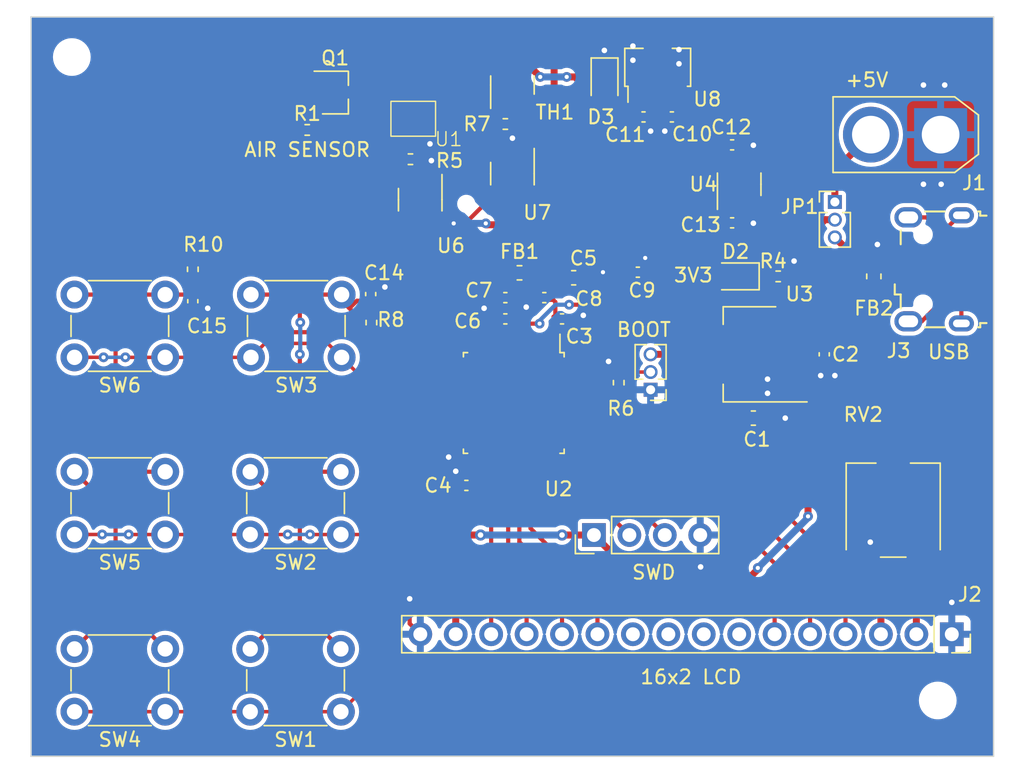
<source format=kicad_pcb>
(kicad_pcb (version 20221018) (generator pcbnew)
  (layers (0 "F.Cu" signal) (31 "B.Cu" power) (34 "B.Paste" user) (35 "F.Paste" user) (36 "B.SilkS" user "B.Silkscreen") (37 "F.SilkS" user "F.Silkscreen") (38 "B.Mask" user) (39 "F.Mask" user) (44 "Edge.Cuts" user))
  (net 0 "")
  (net 1 "+3.3V")
  (net 2 "+5V")
  (net 3 "+3.3VA")
  (net 4 "/NRST")
  (net 5 "+3V0")
  (net 6 "+1V8")
  (net 7 "Net-(SW1-B)")
  (net 8 "Net-(SW4-B)")
  (net 9 "Net-(D2-K)")
  (net 10 "LCD_RS")
  (net 11 "LCD_RW")
  (net 12 "LCD_E")
  (net 13 "LCD_DATA_PIN_0")
  (net 14 "LCD_DATA_PIN_1")
  (net 15 "LCD_DATA_PIN_2")
  (net 16 "LCD_DATA_PIN_3")
  (net 17 "Net-(J3-VBUS)")
  (net 18 "VBUS")
  (net 19 "Net-(J1-Pin_2)")
  (net 23 "unconnected-(J3-Shield-Pad6)")
  (net 24 "Net-(JP2-C)")
  (net 25 "Net-(U6-+)")
  (net 26 "Net-(U2-BOOT0)")
  (net 27 "Net-(U7-+)")
  (net 28 "BUT_COL_1")
  (net 29 "BUT_COL_2")
  (net 30 "BUT_ROW_1")
  (net 31 "BUT_ROW_2")
  (net 32 "BUT_ROW_3")
  (net 33 "SWDIO")
  (net 34 "SWCLK")
  (net 37 "TGS_ADC_OUT")
  (net 38 "TMP_ADC_VOUT")
  (net 41 "GND")
  (net 42 "Net-(J2-Pin_3)")
  (net 52 "Net-(Q1-G)")
  (net 53 "Net-(Q1-S)")
  (net 54 "TRANS_CONTROL")
  (footprint "Resistor_SMD:R_0402_1005Metric" (layer "F.Cu") (at 162.56 85.598)
    (fp_text reference "R4")
    (fp_text value "1k")
  )
  (footprint "Capacitor_SMD:C_0402_1005Metric" (layer "F.Cu") (at 152.908 74.168)
    (fp_text reference "C11")
    (fp_text value "1u")
  )
  (footprint "Button_Switch_THT:SW_PUSH_6mm" (layer "F.Cu") (at 118.618 91.404 180)
    (fp_text reference "SW6")
    (fp_text value "SW_SPST")
  )
  (footprint "Resistor_SMD:R_0402_1005Metric" (layer "F.Cu") (at 120.598 85.09 90)
    (fp_text reference "R10")
    (fp_text value "10k")
  )
  (footprint "MountingHole:MountingHole_2.2mm_M2" (layer "F.Cu") (at 111.925 69.875)
    (fp_text reference "H1" hide)
    (fp_text value "MountingHole")
  )
  (footprint "Package_TO_SOT_SMD:SOT-23" (layer "F.Cu") (at 143.51 71.882 90)
    (fp_text reference "TH1")
    (fp_text value "KTY82")
  )
  (footprint "Package_QFP:LQFP-32_7x7mm_P0.8mm" (layer "F.Cu") (at 143.60662 94.67326 -90)
    (fp_text reference "U2")
    (fp_text value "STM32F030K6Tx")
  )
  (footprint "Capacitor_SMD:C_0603_1608Metric" (layer "F.Cu") (at 147.9 85.7)
    (fp_text reference "C5")
    (fp_text value "10u")
  )
  (footprint "Potentiometer_SMD:Potentiometer_ACP_CA6-VSMD_Vertical" (layer "F.Cu") (at 170.806 102.355 90)
    (fp_text reference "RV2")
    (fp_text value "R_Potentiometer")
  )
  (footprint "Package_TO_SOT_SMD:TSOT-23-5" (layer "F.Cu") (at 143.51 78.232 -90)
    (fp_text reference "U7")
    (fp_text value "AD8532ARZ")
  )
  (footprint "Sensor:TGS 8100" (layer "F.Cu") (at 136.4 74.3)
    (fp_text reference "U1")
    (fp_text value "TGS 8100")
  )
  (footprint "Connector_USB:USB_Micro-B_Wuerth_629105150521" (layer "F.Cu") (at 173.743 85.095 90)
    (fp_text reference "J3")
    (fp_text value "USB_B_Mini")
  )
  (footprint "Capacitor_SMD:C_0402_1005Metric" (layer "F.Cu") (at 152.5 85.3)
    (fp_text reference "C9")
    (fp_text value "100n")
  )
  (footprint "LED_SMD:LED_0805_2012Metric" (layer "F.Cu") (at 159.512 85.598 180)
    (fp_text reference "D2")
    (fp_text value "RED_PWR_LED")
  )
  (footprint "Capacitor_SMD:C_0402_1005Metric" (layer "F.Cu") (at 159.258 76.172)
    (fp_text reference "C12")
    (fp_text value "1u")
  )
  (footprint "Package_TO_SOT_SMD:SOT-89-3" (layer "F.Cu") (at 153.924 70.612 90)
    (fp_text reference "U8")
    (fp_text value "AP130-18Y")
  )
  (footprint "Capacitor_SMD:C_0402_1005Metric" (layer "F.Cu") (at 120.598 87.376 -90)
    (fp_text reference "C15")
    (fp_text value "1u")
  )
  (footprint "Button_Switch_THT:SW_PUSH_6mm" (layer "F.Cu") (at 118.618 116.804 180)
    (fp_text reference "SW4")
    (fp_text value "SW_SPST")
  )
  (footprint "Capacitor_SMD:C_0402_1005Metric" (layer "F.Cu") (at 143.002 88.646 180)
    (fp_text reference "C6")
    (fp_text value "10n")
  )
  (footprint "Package_TO_SOT_SMD:TSOT-23-5" (layer "F.Cu") (at 136.9 80.1 -90)
    (fp_text reference "U6")
    (fp_text value "AD8532ARZ")
  )
  (footprint "Connector_PinHeader_1.27mm:PinHeader_1x03_P1.27mm_Vertical" (layer "F.Cu") (at 166.624 80.264)
    (fp_text reference "JP1")
    (fp_text value "Jumper_3_Open")
  )
  (footprint "Capacitor_SMD:C_0603_1608Metric" (layer "F.Cu") (at 160.782 95.758)
    (fp_text reference "C1")
    (fp_text value "10u")
  )
  (footprint "MountingHole:MountingHole_2.2mm_M2" (layer "F.Cu") (at 174 116)
    (fp_text reference "H2" hide)
    (fp_text value "MountingHole")
  )
  (footprint "Capacitor_SMD:C_0402_1005Metric" (layer "F.Cu") (at 159.258 81.76)
    (fp_text reference "C13")
    (fp_text value "1u")
  )
  (footprint "Connector_PinSocket_2.54mm:PinSocket_1x16_P2.54mm_Vertical" (layer "F.Cu") (at 175.006 111.252 -90)
    (fp_text reference "J2")
    (fp_text value "Conn_01x16_Socket")
  )
  (footprint "Button_Switch_THT:SW_PUSH_6mm" (layer "F.Cu") (at 131.214 116.804 180)
    (fp_text reference "SW1")
    (fp_text value "SW_SPST")
  )
  (footprint "Resistor_SMD:R_0402_1005Metric" (layer "F.Cu") (at 128.8 75.1)
    (fp_text reference "R1")
    (fp_text value "10k")
  )
  (footprint "Button_Switch_THT:SW_PUSH_6mm" (layer "F.Cu") (at 131.266 91.404 180)
    (fp_text reference "SW3")
    (fp_text value "SW_SPST")
  )
  (footprint "Package_TO_SOT_SMD:SOT-223-3_TabPin2" (layer "F.Cu") (at 160.528 91.186 180)
    (fp_text reference "U3")
    (fp_text value "LD1117S33TR_SOT223")
  )
  (footprint "Resistor_SMD:R_0402_1005Metric" (layer "F.Cu") (at 133.4 88.91 -90)
    (fp_text reference "R8")
    (fp_text value "10k")
  )
  (footprint "Package_TO_SOT_SMD:SOT-23-5" (layer "F.Cu") (at 159.766 78.994 90)
    (fp_text reference "U4")
    (fp_text value "MIC5501-3.0YM5")
  )
  (footprint "LED_SMD:LED_0805_2012Metric" (layer "F.Cu") (at 150.114 71.628 -90)
    (fp_text reference "D3")
    (fp_text value "RED_PWR_LED")
  )
  (footprint "Capacitor_SMD:C_0402_1005Metric" (layer "F.Cu") (at 147.066 88.646)
    (fp_text reference "C3")
    (fp_text value "100n")
  )
  (footprint "Connector_AMASS:AMASS_XT30U-F_1x02_P5.0mm_Vertical" (layer "F.Cu") (at 174.204 75.438 180)
    (fp_text reference "J1")
    (fp_text value "+5V battery suply")
  )
  (footprint "Connector_PinHeader_1.27mm:PinHeader_1x03_P1.27mm_Vertical" (layer "F.Cu") (at 153.416 93.726 180)
    (fp_text reference "JP2" hide)
    (fp_text value "BOOT_SELECT")
  )
  (footprint "Button_Switch_THT:SW_PUSH_6mm" (layer "F.Cu") (at 131.214 104.104 180)
    (fp_text reference "SW2")
    (fp_text value "SW_SPST")
  )
  (footprint "Capacitor_SMD:C_0402_1005Metric" (layer "F.Cu") (at 154.94 74.168 180)
    (fp_text reference "C10")
    (fp_text value "1u")
  )
  (footprint "Resistor_SMD:R_0402_1005Metric" (layer "F.Cu") (at 136.2 77.2)
    (fp_text reference "R5")
    (fp_text value "33k")
  )
  (footprint "Package_TO_SOT_SMD:TSOT-23" (layer "F.Cu") (at 130.8 72.4)
    (fp_text reference "Q1")
    (fp_text value "NMOS")
  )
  (footprint "Capacitor_SMD:C_0402_1005Metric" (layer "F.Cu") (at 143.002 87.122 180)
    (fp_text reference "C7")
    (fp_text value "1u")
  )
  (footprint "Connector_PinHeader_2.54mm:PinHeader_1x04_P2.54mm_Vertical" (layer "F.Cu") (at 149.352 104.14 90)
    (fp_text reference "J4" hide)
    (fp_text value "Conn_01x04_Pin")
  )
  (footprint "Inductor_SMD:L_0603_1608Metric" (layer "F.Cu") (at 144.018 85.344)
    (fp_text reference "FB1")
    (fp_text value "120R")
  )
  (footprint "Capacitor_SMD:C_0402_1005Metric" (layer "F.Cu") (at 165.862 91.186 -90)
    (fp_text reference "C2")
    (fp_text value "100n")
  )
  (footprint "Inductor_SMD:L_0603_1608Metric" (layer "F.Cu") (at 169.418 85.598 90)
    (fp_text reference "FB2")
    (fp_text value "120R")
  )
  (footprint "Capacitor_SMD:C_0402_1005Metric" (layer "F.Cu") (at 145.796 87.122 180)
    (fp_text reference "C8")
    (fp_text value "1u")
  )
  (footprint "Resistor_SMD:R_0402_1005Metric" (layer "F.Cu") (at 143.002 74.676)
    (fp_text reference "R7")
    (fp_text value "33k")
  )
  (footprint "Capacitor_SMD:C_0402_1005Metric" (layer "F.Cu") (at 140.208 100.584 180)
    (fp_text reference "C4")
    (fp_text value "100n")
  )
  (footprint "Resistor_SMD:R_0402_1005Metric" (layer "F.Cu") (at 151.13 93.218 -90)
    (fp_text reference "R6")
    (fp_text value "10k")
  )
  (footprint "Button_Switch_THT:SW_PUSH_6mm" (layer "F.Cu") (at 118.618 104.104 180)
    (fp_text reference "SW5")
    (fp_text value "SW_SPST")
  )
  (footprint "Capacitor_SMD:C_0402_1005Metric" (layer "F.Cu") (at 133.35 86.868 90)
    (fp_text reference "C14")
    (fp_text value "1u")
  )
  (gr_line (start 178 120) (end 174 120) (stroke (width 0.1)) (layer "Edge.Cuts"))
  (gr_line (start 178 67) (end 178 120) (stroke (width 0.1)) (layer "Edge.Cuts"))
  (gr_line (start 109 120) (end 174 120) (stroke (width 0.1)) (layer "Edge.Cuts"))
  (gr_line (start 178 67) (end 109 67) (stroke (width 0.1)) (layer "Edge.Cuts"))
  (gr_line (start 109 67) (end 109 120) (stroke (width 0.1)) (layer "Edge.Cuts"))
  (gr_text "BOOT" (at 150.9 90) (layer "F.SilkS") (effects (font (size 1 1)) (justify left bottom)))
  (gr_text "+5V" (at 167.3 72.1) (layer "F.SilkS") (effects (font (size 1 1)) (justify left bottom)))
  (gr_text "3V3" (at 155 86.1) (layer "F.SilkS") (effects (font (size 1 1)) (justify left bottom)))
  (gr_text "16x2 LCD" (at 152.6 114.9) (layer "F.SilkS") (effects (font (size 1 1)) (justify left bottom)))
  (gr_text "AIR SENSOR" (at 124.2 77.1) (layer "F.SilkS") (effects (font (size 1 1)) (justify left bottom)))
  (gr_text "USB" (at 173.2 91.6) (layer "F.SilkS") (effects (font (size 1 1)) (justify left bottom)))
  (gr_text "SWD" (at 152 107.4) (layer "F.SilkS") (effects (font (size 1 1)) (justify left bottom)))
  (segment (start 161.1 106.6) (end 161.1 106.5) (width 0.5) (layer "F.Cu") (net 1))
  (segment (start 146.40662 89.55938) (end 146.586 89.38) (width 0.3) (layer "F.Cu") (net 1))
  (segment (start 156.6725 87.5) (end 158.5745 85.598) (width 0.5) (layer "F.Cu") (net 1))
  (segment (start 162.0845 81.5) (end 160.716 80.1315) (width 0.5) (layer "F.Cu") (net 1))
  (segment (start 164.7 101.4) (end 164.7 102.8) (width 0.5) (layer "F.Cu") (net 1))
  (segment (start 140.80662 100.46538) (end 140.688 100.584) (width 0.5) (layer "F.Cu") (net 1))
  (segment (start 146.586 89.38) (end 146.586 88.646) (width 0.3) (layer "F.Cu") (net 1))
  (segment (start 149.352 104.14) (end 147.066 104.14) (width 0.5) (layer "F.Cu") (net 1))
  (segment (start 145.92475 84.22475) (end 146.276 84.576) (width 0.5) (layer "F.Cu") (net 1))
  (segment (start 154.1 83.1) (end 152.9 81.9) (width 0.5) (layer "F.Cu") (net 1))
  (segment (start 162.0845 81.5) (end 162.0845 83.0155) (width 0.5) (layer "F.Cu") (net 1))
  (segment (start 141.224 104.14) (end 139.446 104.14) (width 0.5) (layer "F.Cu") (net 1))
  (segment (start 155.1 93.8) (end 155.1 90.9) (width 0.5) (layer "F.Cu") (net 1))
  (segment (start 139.446 111.252) (end 139.446 104.14) (width 0.5) (layer "F.Cu") (net 1))
  (segment (start 145.92475 84.22475) (end 144.8055 85.344) (width 0.5) (layer "F.Cu") (net 1))
  (segment (start 140.80662 98.84826) (end 140.80662 100.46538) (width 0.5) (layer "F.Cu") (net 1))
  (segment (start 162.0845 83.0155) (end 162.05 83.05) (width 0.5) (layer "F.Cu") (net 1))
  (segment (start 149.352 104.14) (end 153.012 107.8) (width 0.5) (layer "F.Cu") (net 1))
  (segment (start 154.814 91.186) (end 155.1 90.9) (width 0.5) (layer "F.Cu") (net 1))
  (segment (start 147.125 85.7) (end 147.125 86.273) (width 0.5) (layer "F.Cu") (net 1))
  (segment (start 158.5745 83.1) (end 158.5745 81.9635) (width 0.5) (layer "F.Cu") (net 1))
  (segment (start 146.9905 81.9) (end 144.46 79.3695) (width 0.5) (layer "F.Cu") (net 1))
  (segment (start 139.446 104.14) (end 139.446 102.616) (width 0.5) (layer "F.Cu") (net 1))
  (segment (start 146.40662 90.49826) (end 146.40662 89.55938) (width 0.3) (layer "F.Cu") (net 1))
  (segment (start 158.778 81.76) (end 158.778 80.1695) (width 0.5) (layer "F.Cu") (net 1))
  (segment (start 140.688 101.374) (end 140.688 100.584) (width 0.5) (layer "F.Cu") (net 1))
  (segment (start 157.058 95.758) (end 155.1 93.8) (width 0.5) (layer "F.Cu") (net 1))
  (segment (start 153.416 91.186) (end 154.814 91.186) (width 0.5) (layer "F.Cu") (net 1))
  (segment (start 141.7 81.9) (end 141.6 81.8) (width 0.5) (layer "F.Cu") (net 1))
  (segment (start 155.1 90.9) (end 155.1 88) (width 0.5) (layer "F.Cu") (net 1))
  (segment (start 153.012 107.8) (end 159.9 107.8) (width 0.5) (layer "F.Cu") (net 1))
  (segment (start 158.778 80.1695) (end 158.816 80.1315) (width 0.5) (layer "F.Cu") (net 1))
  (segment (start 146.586 88.646) (end 146.586 87.432) (width 0.3) (layer "F.Cu") (net 1))
  (segment (start 148.2495 81.9) (end 145.92475 84.22475) (width 0.5) (layer "F.Cu") (net 1))
  (segment (start 160.007 96.707) (end 164.7 101.4) (width 0.5) (layer "F.Cu") (net 1))
  (segment (start 146.276 84.576) (end 146.276 84.851) (width 0.5) (layer "F.Cu") (net 1))
  (segment (start 139.446 102.616) (end 140.688 101.374) (width 0.5) (layer "F.Cu") (net 1))
  (segment (start 146.9905 81.9) (end 141.7 81.9) (width 0.5) (layer "F.Cu") (net 1))
  (segment (start 160.007 95.758) (end 157.058 95.758) (width 0.5) (layer "F.Cu") (net 1))
  (segment (start 158.5745 85.598) (end 158.5745 84) (width 0.5) (layer "F.Cu") (net 1))
  (segment (start 147.125 86.273) (end 146.276 87.122) (width 0.5) (layer "F.Cu") (net 1))
  (segment (start 139.3 81.8) (end 138.4125 81.8) (width 0.5) (layer "F.Cu") (net 1))
  (segment (start 155.1 88) (end 155.6 87.5) (width 0.5) (layer "F.Cu") (net 1))
  (segment (start 155.6 87.5) (end 156.6725 87.5) (width 0.5) (layer "F.Cu") (net 1))
  (segment (start 161.1 84) (end 162.05 83.05) (width 0.5) (layer "F.Cu") (net 1))
  (segment (start 158.5745 83.1) (end 154.1 83.1) (width 0.5) (layer "F.Cu") (net 1))
  (segment (start 158.5745 84) (end 161.1 84) (width 0.5) (layer "F.Cu") (net 1))
  (segment (start 158.5745 84) (end 158.5745 83.1) (width 0.5) (layer "F.Cu") (net 1))
  (segment (start 148.2495 81.9) (end 146.9905 81.9) (width 0.5) (layer "F.Cu") (net 1))
  (segment (start 152.9 81.9) (end 148.2495 81.9) (width 0.5) (layer "F.Cu") (net 1))
  (segment (start 158.5745 81.9635) (end 158.778 81.76) (width 0.5) (layer "F.Cu") (net 1))
  (segment (start 138.4125 81.8) (end 137.85 81.2375) (width 0.5) (layer "F.Cu") (net 1))
  (segment (start 160.007 95.758) (end 160.007 96.707) (width 0.5) (layer "F.Cu") (net 1))
  (segment (start 146.276 84.851) (end 147.125 85.7) (width 0.5) (layer "F.Cu") (net 1))
  (segment (start 159.9 107.8) (end 161.1 106.6) (width 0.5) (layer "F.Cu") (net 1))
  (segment (start 146.586 87.432) (end 146.276 87.122) (width 0.3) (layer "F.Cu") (net 1))
  (via (at 139.3 81.8) (size 0.7) (drill 0.3) (layers "F.Cu" "B.Cu") (net 1))
  (via (at 141.6 81.8) (size 0.7) (drill 0.3) (layers "F.Cu" "B.Cu") (net 1))
  (via (at 161.1 106.5) (size 0.7) (drill 0.3) (layers "F.Cu" "B.Cu") (net 1))
  (via (at 141.224 104.14) (size 0.8) (drill 0.4) (layers "F.Cu" "B.Cu") (net 1))
  (via (at 164.7 102.8) (size 0.7) (drill 0.3) (layers "F.Cu" "B.Cu") (net 1))
  (via (at 147.066 104.14) (size 0.8) (drill 0.4) (layers "F.Cu" "B.Cu") (net 1))
  (segment (start 164.7 102.9) (end 164.7 102.8) (width 0.5) (layer "B.Cu") (net 1))
  (segment (start 147.066 104.14) (end 141.224 104.14) (width 0.5) (layer "B.Cu") (net 1))
  (segment (start 161.1 106.5) (end 164.7 102.9) (width 0.5) (layer "B.Cu") (net 1))
  (segment (start 141.6 81.8) (end 139.3 81.8) (width 0.5) (layer "B.Cu") (net 1))
  (segment (start 171.7 93.1) (end 167.486 88.886) (width 0.5) (layer "F.Cu") (net 2))
  (segment (start 172.956 108.476) (end 172.466 108.966) (width 0.5) (layer "F.Cu") (net 2))
  (segment (start 175.7 104) (end 175.7 93.8) (width 0.5) (layer "F.Cu") (net 2))
  (segment (start 165.916894 81.534) (end 164.846 82.604894) (width 0.5) (layer "F.Cu") (net 2))
  (segment (start 167.486 88.886) (end 163.678 88.886) (width 0.5) (layer "F.Cu") (net 2))
  (segment (start 172.956 106.68) (end 172.956 108.476) (width 0.5) (layer "F.Cu") (net 2))
  (segment (start 175 93.1) (end 171.7 93.1) (width 0.5) (layer "F.Cu") (net 2))
  (segment (start 166.624 81.534) (end 165.916894 81.534) (width 0.5) (layer "F.Cu") (net 2))
  (segment (start 173.02 106.68) (end 175.7 104) (width 0.5) (layer "F.Cu") (net 2))
  (segment (start 164.846 82.604894) (end 164.846 87.718) (width 0.5) (layer "F.Cu") (net 2))
  (segment (start 172.956 106.68) (end 173.02 106.68) (width 0.5) (layer "F.Cu") (net 2))
  (segment (start 175.7 93.8) (end 175 93.1) (width 0.5) (layer "F.Cu") (net 2))
  (segment (start 172.466 108.966) (end 172.466 111.252) (width 0.5) (layer "F.Cu") (net 2))
  (segment (start 164.846 87.718) (end 163.678 88.886) (width 0.5) (layer "F.Cu") (net 2))
  (segment (start 143.20662 89.40138) (end 143.482 89.126) (width 0.3) (layer "F.Cu") (net 3))
  (segment (start 143.482 87.122) (end 143.482 88.646) (width 0.3) (layer "F.Cu") (net 3))
  (segment (start 143.2305 86.1365) (end 143.482 86.388) (width 0.3) (layer "F.Cu") (net 3))
  (segment (start 143.482 86.388) (end 143.482 87.122) (width 0.3) (layer "F.Cu") (net 3))
  (segment (start 143.20662 90.49826) (end 143.20662 89.40138) (width 0.3) (layer "F.Cu") (net 3))
  (segment (start 143.482 89.126) (end 143.482 88.646) (width 0.3) (layer "F.Cu") (net 3))
  (segment (start 143.2305 85.344) (end 143.2305 86.1365) (width 0.3) (layer "F.Cu") (net 3))
  (segment (start 144.76762 88.987261) (end 144.00662 89.748261) (width 0.3) (layer "F.Cu") (net 4))
  (segment (start 147.574 87.63) (end 150.37 87.63) (width 0.3) (layer "F.Cu") (net 4))
  (segment (start 150.37 87.63) (end 152.02 85.98) (width 0.3) (layer "F.Cu") (net 4))
  (segment (start 144.00662 89.748261) (end 144.00662 90.49826) (width 0.3) (layer "F.Cu") (net 4))
  (segment (start 145.45863 88.987261) (end 144.76762 88.987261) (width 0.3) (layer "F.Cu") (net 4))
  (segment (start 152.02 85.98) (end 152.02 85.3) (width 0.3) (layer "F.Cu") (net 4))
  (via (at 147.574 87.63) (size 0.7) (drill 0.3) (layers "F.Cu" "B.Cu") (net 4))
  (via (at 145.45863 88.987261) (size 0.7) (drill 0.3) (layers "F.Cu" "B.Cu") (net 4))
  (segment (start 147.574 87.63) (end 146.602661 87.63) (width 0.3) (layer "B.Cu") (net 4))
  (segment (start 146.602661 87.63) (end 145.45863 88.774031) (width 0.3) (layer "B.Cu") (net 4))
  (segment (start 145.45863 88.774031) (end 145.45863 88.987261) (width 0.3) (layer "B.Cu") (net 4))
  (segment (start 149.2405 77.6) (end 146.12025 74.47975) (width 0.5) (layer "F.Cu") (net 5))
  (segment (start 131.15 71.45) (end 129.49 71.45) (width 0.5) (layer "F.Cu") (net 5))
  (segment (start 144.4 67.8) (end 134.8 67.8) (width 0.5) (layer "F.Cu") (net 5))
  (segment (start 146.12025 74.47975) (end 144.46 72.8195) (width 0.5) (layer "F.Cu") (net 5))
  (segment (start 157.424 76.172) (end 155.42 74.168) (width 0.5) (layer "F.Cu") (net 5))
  (segment (start 146.5 74.1) (end 146.5 69.9) (width 0.5) (layer "F.Cu") (net 5))
  (segment (start 146.5 69.9) (end 144.4 67.8) (width 0.5) (layer "F.Cu") (net 5))
  (segment (start 134.8 67.8) (end 131.15 71.45) (width 0.5) (layer "F.Cu") (net 5))
  (segment (start 155.2 77.6) (end 149.2405 77.6) (width 0.5) (layer "F.Cu") (net 5))
  (segment (start 156.628 76.172) (end 155.2 77.6) (width 0.5) (layer "F.Cu") (net 5))
  (segment (start 157.424 76.172) (end 156.628 76.172) (width 0.5) (layer "F.Cu") (net 5))
  (segment (start 158.778 76.172) (end 157.424 76.172) (width 0.5) (layer "F.Cu") (net 5))
  (segment (start 146.12025 74.47975) (end 146.5 74.1) (width 0.5) (layer "F.Cu") (net 5))
  (segment (start 150.114 73.486) (end 150.114 72.5655) (width 0.5) (layer "F.Cu") (net 6))
  (segment (start 145.5 71.3) (end 143.957 69.757) (width 0.5) (layer "F.Cu") (net 6))
  (segment (start 150.732 74.168) (end 150.7 74.2) (width 0.5) (layer "F.Cu") (net 6))
  (segment (start 150.1 73.5) (end 150.114 73.486) (width 0.5) (layer "F.Cu") (net 6))
  (segment (start 148.2 71.5) (end 148 71.3) (width 0.5) (layer "F.Cu") (net 6))
  (segment (start 152.428 74.168) (end 150.732 74.168) (width 0.5) (layer "F.Cu") (net 6))
  (segment (start 137.45 73.475) (end 137.45 72.307) (width 0.5) (layer "F.Cu") (net 6))
  (segment (start 149.2655 72.5655) (end 148.2 71.5) (width 0.5) (layer "F.Cu") (net 6))
  (segment (start 150.7 74.2) (end 150.1 73.6) (width 0.5) (layer "F.Cu") (net 6))
  (segment (start 150.1 73.6) (end 150.1 73.5) (width 0.5) (layer "F.Cu") (net 6))
  (segment (start 148 71.3) (end 147.4 71.3) (width 0.5) (layer "F.Cu") (net 6))
  (segment (start 143.957 69.757) (end 140 69.757) (width 0.5) (layer "F.Cu") (net 6))
  (segment (start 137.45 72.307) (end 140 69.757) (width 0.5) (layer "F.Cu") (net 6))
  (segment (start 150.114 72.5655) (end 149.2655 72.5655) (width 0.5) (layer "F.Cu") (net 6))
  (via (at 145.5 71.3) (size 0.7) (drill 0.3) (layers "F.Cu" "B.Cu") (net 6))
  (via (at 147.4 71.3) (size 0.7) (drill 0.3) (layers "F.Cu" "B.Cu") (net 6))
  (segment (start 147.4 71.3) (end 145.5 71.3) (width 0.5) (layer "B.Cu") (net 6))
  (segment (start 133.35 88.39) (end 132.33 88.39) (width 0.3) (layer "F.Cu") (net 7))
  (segment (start 128.27 101.092) (end 128.27 91.186) (width 0.3) (layer "F.Cu") (net 7))
  (segment (start 127.29 86.904) (end 124.766 86.904) (width 0.3) (layer "F.Cu") (net 7))
  (segment (start 127.658 109.36) (end 124.714 112.304) (width 0.3) (layer "F.Cu") (net 7))
  (segment (start 131.266 87.326) (end 131.266 86.904) (width 0.3) (layer "F.Cu") (net 7))
  (segment (start 128.27 88.87) (end 128.3 88.9) (width 0.3) (layer "F.Cu") (net 7))
  (segment (start 126.202 101.092) (end 124.714 99.604) (width 0.3) (layer "F.Cu") (net 7))
  (segment (start 128.27 88.646) (end 128.27 88.87) (width 0.3) (layer "F.Cu") (net 7))
  (segment (start 128.27 109.36) (end 127.658 109.36) (width 0.3) (layer "F.Cu") (net 7))
  (segment (start 131.214 99.604) (end 129.758 99.604) (width 0.3) (layer "F.Cu") (net 7))
  (segment (start 133.35 87.348) (end 132.362 87.348) (width 0.3) (layer "F.Cu") (net 7))
  (segment (start 129.25 86.904) (end 128.27 87.884) (width 0.3) (layer "F.Cu") (net 7))
  (segment (start 128.27 101.092) (end 126.202 101.092) (width 0.3) (layer "F.Cu") (net 7))
  (segment (start 129.758 99.604) (end 128.27 101.092) (width 0.3) (layer "F.Cu") (net 7))
  (segment (start 128.27 102.548) (end 128.27 101.092) (width 0.3) (layer "F.Cu") (net 7))
  (segment (start 128.27 109.36) (end 128.27 102.548) (width 0.3) (layer "F.Cu") (net 7))
  (segment (start 128.27 87.884) (end 128.27 88.646) (width 0.3) (layer "F.Cu") (net 7))
  (segment (start 132.362 87.348) (end 131.825 87.885) (width 0.3) (layer "F.Cu") (net 7))
  (segment (start 128.27 87.884) (end 127.29 86.904) (width 0.3) (layer "F.Cu") (net 7))
  (segment (start 132.33 88.39) (end 131.825 87.885) (width 0.3) (layer "F.Cu") (net 7))
  (segment (start 131.266 86.904) (end 129.25 86.904) (width 0.3) (layer "F.Cu") (net 7))
  (segment (start 131.825 87.885) (end 131.266 87.326) (width 0.3) (layer "F.Cu") (net 7))
  (segment (start 131.214 112.304) (end 128.27 109.36) (width 0.3) (layer "F.Cu") (net 7))
  (via (at 128.3 88.9) (size 0.7) (drill 0.3) (layers "F.Cu" "B.Cu") (net 7))
  (via (at 128.27 91.186) (size 0.7) (drill 0.3) (layers "F.Cu" "B.Cu") (net 7))
  (segment (start 128.3 88.9) (end 128.3 91.156) (width 0.3) (layer "B.Cu") (net 7))
  (segment (start 128.3 91.156) (end 128.27 91.186) (width 0.3) (layer "B.Cu") (net 7))
  (segment (start 115.062 109.36) (end 112.118 112.304) (width 0.3) (layer "F.Cu") (net 8))
  (segment (start 113.86 101.346) (end 112.118 99.604) (width 0.3) (layer "F.Cu") (net 8))
  (segment (start 118.618 99.604) (end 116.804 99.604) (width 0.3) (layer "F.Cu") (net 8))
  (segment (start 115.062 87.63) (end 114.336 86.904) (width 0.3) (layer "F.Cu") (net 8))
  (segment (start 115.788 86.904) (end 115.062 87.63) (width 0.3) (layer "F.Cu") (net 8))
  (segment (start 115.062 108.748) (end 115.062 109.36) (width 0.3) (layer "F.Cu") (net 8))
  (segment (start 118.618 86.904) (end 120.59 86.904) (width 0.3) (layer "F.Cu") (net 8))
  (segment (start 115.062 108.748) (end 118.618 112.304) (width 0.3) (layer "F.Cu") (net 8))
  (segment (start 115.062 87.63) (end 115.062 101.346) (width 0.3) (layer "F.Cu") (net 8))
  (segment (start 114.336 86.904) (end 112.118 86.904) (width 0.3) (layer "F.Cu") (net 8))
  (segment (start 115.062 101.346) (end 113.86 101.346) (width 0.3) (layer "F.Cu") (net 8))
  (segment (start 118.618 86.904) (end 115.788 86.904) (width 0.3) (layer "F.Cu") (net 8))
  (segment (start 116.804 99.604) (end 115.062 101.346) (width 0.3) (layer "F.Cu") (net 8))
  (segment (start 120.598 86.896) (end 120.598 85.6) (width 0.3) (layer "F.Cu") (net 8))
  (segment (start 115.062 101.346) (end 115.062 108.748) (width 0.3) (layer "F.Cu") (net 8))
  (segment (start 120.59 86.904) (end 120.598 86.896) (width 0.3) (layer "F.Cu") (net 8))
  (segment (start 160.4495 85.598) (end 162.05 85.598) (width 0.3) (layer "F.Cu") (net 9))
  (segment (start 166.624 109.22) (end 166.624 106.172) (width 0.3) (layer "F.Cu") (net 10))
  (segment (start 166.624 106.172) (end 159.766 99.314) (width 0.3) (layer "F.Cu") (net 10))
  (segment (start 153.67 95.25) (end 149.606 95.25) (width 0.3) (layer "F.Cu") (net 10))
  (segment (start 148.62926 94.27326) (end 147.78162 94.27326) (width 0.3) (layer "F.Cu") (net 10))
  (segment (start 149.606 95.25) (end 148.62926 94.27326) (width 0.3) (layer "F.Cu") (net 10))
  (segment (start 167.386 111.252) (end 167.386 109.982) (width 0.3) (layer "F.Cu") (net 10))
  (segment (start 167.386 109.982) (end 166.624 109.22) (width 0.3) (layer "F.Cu") (net 10))
  (segment (start 159.766 99.314) (end 157.734 99.314) (width 0.3) (layer "F.Cu") (net 10))
  (segment (start 157.734 99.314) (end 153.67 95.25) (width 0.3) (layer "F.Cu") (net 10))
  (segment (start 158.75 100.584) (end 155.702 100.584) (width 0.3) (layer "F.Cu") (net 11))
  (segment (start 155.702 100.584) (end 151.384 96.266) (width 0.3) (layer "F.Cu") (net 11))
  (segment (start 164.846 111.252) (end 164.846 106.68) (width 0.3) (layer "F.Cu") (net 11))
  (segment (start 164.846 106.68) (end 158.75 100.584) (width 0.3) (layer "F.Cu") (net 11))
  (segment (start 148.406836 95.07326) (end 147.78162 95.07326) (width 0.3) (layer "F.Cu") (net 11))
  (segment (start 149.599576 96.266) (end 148.406836 95.07326) (width 0.3) (layer "F.Cu") (net 11))
  (segment (start 151.384 96.266) (end 149.599576 96.266) (width 0.3) (layer "F.Cu") (net 11))
  (segment (start 154.387576 101.854) (end 148.406836 95.87326) (width 0.3) (layer "F.Cu") (net 12))
  (segment (start 148.406836 95.87326) (end 147.78162 95.87326) (width 0.3) (layer "F.Cu") (net 12))
  (segment (start 157.988 101.854) (end 154.387576 101.854) (width 0.3) (layer "F.Cu") (net 12))
  (segment (start 162.306 106.172) (end 157.988 101.854) (width 0.3) (layer "F.Cu") (net 12))
  (segment (start 162.306 111.252) (end 162.306 106.172) (width 0.3) (layer "F.Cu") (net 12))
  (segment (start 144.80662 98.84826) (end 144.80662 103.65862) (width 0.3) (layer "F.Cu") (net 13))
  (segment (start 144.80662 103.65862) (end 149.606 108.458) (width 0.3) (layer "F.Cu") (net 13))
  (segment (start 149.606 108.458) (end 149.606 111.252) (width 0.3) (layer "F.Cu") (net 13))
  (segment (start 144.00662 104.63662) (end 147.066 107.696) (width 0.3) (layer "F.Cu") (net 14))
  (segment (start 147.066 107.696) (end 147.066 111.252) (width 0.3) (layer "F.Cu") (net 14))
  (segment (start 144.00662 98.84826) (end 144.00662 104.63662) (width 0.3) (layer "F.Cu") (net 14))
  (segment (start 143.20662 98.84826) (end 143.20662 106.63062) (width 0.3) (layer "F.Cu") (net 15))
  (segment (start 143.20662 106.63062) (end 144.526 107.95) (width 0.3) (layer "F.Cu") (net 15))
  (segment (start 144.526 107.95) (end 144.526 111.252) (width 0.3) (layer "F.Cu") (net 15))
  (segment (start 142.40662 100.16338) (end 141.986 100.584) (width 0.3) (layer "F.Cu") (net 16))
  (segment (start 142.40662 98.84826) (end 142.40662 100.16338) (width 0.3) (layer "F.Cu") (net 16))
  (segment (start 141.986 100.584) (end 141.986 111.252) (width 0.3) (layer "F.Cu") (net 16))
  (segment (start 169.4525 86.42) (end 171.843 86.42) (width 0.5) (layer "F.Cu") (net 17))
  (segment (start 169.418 86.3855) (end 169.4525 86.42) (width 0.5) (layer "F.Cu") (net 17))
  (segment (start 169.418 84.8105) (end 168.6305 84.8105) (width 0.5) (layer "F.Cu") (net 18))
  (segment (start 168.6305 84.8105) (end 166.624 82.804) (width 0.5) (layer "F.Cu") (net 18))
  (segment (start 169.204 75.438) (end 166.624 78.018) (width 0.5) (layer "F.Cu") (net 19))
  (segment (start 166.624 78.018) (end 166.624 80.264) (width 0.5) (layer "F.Cu") (net 19))
  (segment (start 174.3 87.369371) (end 172.849371 88.82) (width 0.3) (layer "F.Cu") (net 23))
  (segment (start 174.3 86) (end 175.693 87.393) (width 0.3) (layer "F.Cu") (net 23))
  (segment (start 173.193 81.37) (end 174.3 82.477) (width 0.3) (layer "F.Cu") (net 23))
  (segment (start 175.693 81.22) (end 175.557 81.22) (width 0.3) (layer "F.Cu") (net 23))
  (segment (start 174.3 82.477) (end 174.3 86) (width 0.3) (layer "F.Cu") (net 23))
  (segment (start 171.893 81.37) (end 173.193 81.37) (width 0.3) (layer "F.Cu") (net 23))
  (segment (start 174.3 86) (end 174.3 87.369371) (width 0.3) (layer "F.Cu") (net 23))
  (segment (start 172.849371 88.82) (end 171.893 88.82) (width 0.3) (layer "F.Cu") (net 23))
  (segment (start 175.693 87.393) (end 175.693 88.97) (width 0.3) (layer "F.Cu") (net 23))
  (segment (start 175.557 81.22) (end 174.3 82.477) (width 0.3) (layer "F.Cu") (net 23))
  (segment (start 151.13 92.708) (end 151.894 92.708) (width 0.25) (layer "F.Cu") (net 24))
  (segment (start 151.894 92.708) (end 152.146 92.456) (width 0.25) (layer "F.Cu") (net 24))
  (segment (start 152.146 92.456) (end 153.416 92.456) (width 0.25) (layer "F.Cu") (net 24))
  (segment (start 135.95 78.9625) (end 135.95 77.46) (width 0.3) (layer "F.Cu") (net 25))
  (segment (start 135.69 77.2) (end 135.69 75.465) (width 0.3) (layer "F.Cu") (net 25))
  (segment (start 135.95 77.46) (end 135.69 77.2) (width 0.3) (layer "F.Cu") (net 25))
  (segment (start 135.69 75.465) (end 135.35 75.125) (width 0.3) (layer "F.Cu") (net 25))
  (segment (start 147.78162 92.67326) (end 148.55326 92.67326) (width 0.25) (layer "F.Cu") (net 26))
  (segment (start 148.55326 92.67326) (end 149.608 93.728) (width 0.25) (layer "F.Cu") (net 26))
  (segment (start 149.608 93.728) (end 151.13 93.728) (width 0.25) (layer "F.Cu") (net 26))
  (segment (start 142.56 75.252) (end 142.492 75.184) (width 0.25) (layer "F.Cu") (net 27))
  (segment (start 142.56 77.0945) (end 142.56 75.252) (width 0.25) (layer "F.Cu") (net 27))
  (segment (start 142.492 75.184) (end 142.492 72.8875) (width 0.25) (layer "F.Cu") (net 27))
  (segment (start 142.492 72.8875) (end 142.56 72.8195) (width 0.25) (layer "F.Cu") (net 27))
  (segment (start 138.17726 93.47326) (end 139.43162 93.47326) (width 0.3) (layer "F.Cu") (net 28))
  (segment (start 133.35 89.41) (end 134.114 89.41) (width 0.3) (layer "F.Cu") (net 28))
  (segment (start 134.114 89.41) (end 138.17726 93.47326) (width 0.3) (layer "F.Cu") (net 28))
  (segment (start 122.682 87.63) (end 124.652 89.6) (width 0.3) (layer "F.Cu") (net 29))
  (segment (start 124.652 89.6) (end 131.764 89.6) (width 0.3) (layer "F.Cu") (net 29))
  (segment (start 136.43726 94.27326) (end 139.43162 94.27326) (width 0.3) (layer "F.Cu") (net 29))
  (segment (start 131.764 89.6) (end 136.43726 94.27326) (width 0.3) (layer "F.Cu") (net 29))
  (segment (start 122.682 86.664) (end 122.682 87.63) (width 0.3) (layer "F.Cu") (net 29))
  (segment (start 120.598 84.58) (end 122.682 86.664) (width 0.3) (layer "F.Cu") (net 29))
  (segment (start 133.858 108.712) (end 133.858 114.16) (width 0.25) (layer "F.Cu") (net 30))
  (segment (start 124.714 116.804) (end 118.618 116.804) (width 0.25) (layer "F.Cu") (net 30))
  (segment (start 118.618 116.804) (end 112.118 116.804) (width 0.25) (layer "F.Cu") (net 30))
  (segment (start 131.214 116.804) (end 124.714 116.804) (width 0.25) (layer "F.Cu") (net 30))
  (segment (start 137.668 97.282) (end 137.668 104.902) (width 0.25) (layer "F.Cu") (net 30))
  (segment (start 137.668 104.902) (end 133.858 108.712) (width 0.25) (layer "F.Cu") (net 30))
  (segment (start 138.27674 96.67326) (end 137.668 97.282) (width 0.25) (layer "F.Cu") (net 30))
  (segment (start 133.858 114.16) (end 131.214 116.804) (width 0.25) (layer "F.Cu") (net 30))
  (segment (start 139.43162 96.67326) (end 138.27674 96.67326) (width 0.25) (layer "F.Cu") (net 30))
  (segment (start 139.43162 95.87326) (end 137.55274 95.87326) (width 0.25) (layer "F.Cu") (net 31))
  (segment (start 134.112 99.314) (end 134.112 103.632) (width 0.25) (layer "F.Cu") (net 31))
  (segment (start 133.568 104.104) (end 131.214 104.104) (width 0.25) (layer "F.Cu") (net 31))
  (segment (start 112.122 104.1) (end 112.118 104.104) (width 0.25) (layer "F.Cu") (net 31))
  (segment (start 127.4 104.1) (end 127.396 104.104) (width 0.25) (layer "F.Cu") (net 31))
  (segment (start 133.604 104.14) (end 133.568 104.104) (width 0.25) (layer "F.Cu") (net 31))
  (segment (start 137.55274 95.87326) (end 134.112 99.314) (width 0.25) (layer "F.Cu") (net 31))
  (segment (start 114.1 104.1) (end 112.122 104.1) (width 0.25) (layer "F.Cu") (net 31))
  (segment (start 124.714 104.104) (end 118.618 104.104) (width 0.25) (layer "F.Cu") (net 31))
  (segment (start 118.618 104.104) (end 116.004 104.104) (width 0.25) (layer "F.Cu") (net 31))
  (segment (start 129.004 104.104) (end 129 104.1) (width 0.25) (layer "F.Cu") (net 31))
  (segment (start 127.396 104.104) (end 124.714 104.104) (width 0.25) (layer "F.Cu") (net 31))
  (segment (start 134.112 103.632) (end 133.604 104.14) (width 0.25) (layer "F.Cu") (net 31))
  (segment (start 131.214 104.104) (end 129.004 104.104) (width 0.25) (layer "F.Cu") (net 31))
  (segment (start 116.004 104.104) (end 116 104.1) (width 0.25) (layer "F.Cu") (net 31))
  (via (at 114.1 104.1) (size 0.7) (drill 0.3) (layers "F.Cu" "B.Cu") (net 31))
  (via (at 116 104.1) (size 0.7) (drill 0.3) (layers "F.Cu" "B.Cu") (net 31))
  (via (at 129 104.1) (size 0.7) (drill 0.3) (layers "F.Cu" "B.Cu") (net 31))
  (via (at 127.4 104.1) (size 0.7) (drill 0.3) (layers "F.Cu" "B.Cu") (net 31))
  (segment (start 129 104.1) (end 127.4 104.1) (width 0.25) (layer "B.Cu") (net 31))
  (segment (start 116 104.1) (end 114.1 104.1) (width 0.25) (layer "B.Cu") (net 31))
  (segment (start 118.618 91.404) (end 115.7655 91.404) (width 0.25) (layer "F.Cu") (net 32))
  (segment (start 115.7655 91.404) (end 115.7615 91.4) (width 0.25) (layer "F.Cu") (net 32))
  (segment (start 112.122 91.4) (end 112.118 91.404) (width 0.25) (layer "F.Cu") (net 32))
  (segment (start 139.43162 95.07326) (end 134.93526 95.07326) (width 0.25) (layer "F.Cu") (net 32))
  (segment (start 131.266 91.404) (end 130.266 90.404) (width 0.25) (layer "F.Cu") (net 32))
  (segment (start 130.266 90.404) (end 125.766 90.404) (width 0.25) (layer "F.Cu") (net 32))
  (segment (start 114.2 91.4) (end 112.122 91.4) (width 0.25) (layer "F.Cu") (net 32))
  (segment (start 125.766 90.404) (end 124.766 91.404) (width 0.25) (layer "F.Cu") (net 32))
  (segment (start 134.93526 95.07326) (end 131.266 91.404) (width 0.25) (layer "F.Cu") (net 32))
  (segment (start 124.766 91.404) (end 118.618 91.404) (width 0.25) (layer "F.Cu") (net 32))
  (via (at 115.7615 91.4) (size 0.7) (drill 0.3) (layers "F.Cu" "B.Cu") (net 32))
  (via (at 114.2 91.4) (size 0.7) (drill 0.3) (layers "F.Cu" "B.Cu") (net 32))
  (segment (start 115.7615 91.4) (end 114.2 91.4) (width 0.25) (layer "B.Cu") (net 32))
  (segment (start 149.098 101.346) (end 147.354361 101.346) (width 0.3) (layer "F.Cu") (net 33))
  (segment (start 147.354361 101.346) (end 145.60662 99.598259) (width 0.3) (layer "F.Cu") (net 33))
  (segment (start 145.60662 99.598259) (end 145.60662 98.84826) (width 0.3) (layer "F.Cu") (net 33))
  (segment (start 151.892 104.14) (end 149.098 101.346) (width 0.3) (layer "F.Cu") (net 33))
  (segment (start 147.88836 100.33) (end 146.40662 98.84826) (width 0.3) (layer "F.Cu") (net 34))
  (segment (start 150.622 100.33) (end 147.88836 100.33) (width 0.3) (layer "F.Cu") (net 34))
  (segment (start 154.432 104.14) (end 150.622 100.33) (width 0.3) (layer "F.Cu") (net 34))
  (segment (start 137.922 84.222) (end 137.922 87.63) (width 0.3) (layer "F.Cu") (net 37))
  (segment (start 136.249999 81.2375) (end 135.95 81.2375) (width 0.3) (layer "F.Cu") (net 37))
  (segment (start 135.95 82.25) (end 137.922 84.222) (width 0.3) (layer "F.Cu") (net 37))
  (segment (start 137.85 79.637499) (end 136.249999 81.2375) (width 0.3) (layer "F.Cu") (net 37))
  (segment (start 137.85 79.637499) (end 137.85 78.9625) (width 0.3) (layer "F.Cu") (net 37))
  (segment (start 137.922 87.63) (end 137.93836 87.63) (width 0.3) (layer "F.Cu") (net 37))
  (segment (start 137.93836 87.63) (end 140.80662 90.49826) (width 0.3) (layer "F.Cu") (net 37))
  (segment (start 135.95 81.2375) (end 135.95 82.25) (width 0.3) (layer "F.Cu") (net 37))
  (segment (start 140.208 88.349641) (end 140.208 81.7215) (width 0.3) (layer "F.Cu") (net 38))
  (segment (start 142.859999 79.3695) (end 144.46 77.769499) (width 0.3) (layer "F.Cu") (net 38))
  (segment (start 140.208 81.7215) (end 142.56 79.3695) (width 0.3) (layer "F.Cu") (net 38))
  (segment (start 142.56 79.3695) (end 142.859999 79.3695) (width 0.3) (layer "F.Cu") (net 38))
  (segment (start 144.46 77.769499) (end 144.46 77.0945) (width 0.3) (layer "F.Cu") (net 38))
  (segment (start 141.60662 90.49826) (end 141.60662 89.748261) (width 0.3) (layer "F.Cu") (net 38))
  (segment (start 141.60662 89.748261) (end 140.208 88.349641) (width 0.3) (layer "F.Cu") (net 38))
  (segment (start 150.4 91.694) (end 149.143 91.694) (width 0.3) (layer "F.Cu") (net 41))
  (segment (start 139.728 99.85) (end 139.446 99.568) (width 0.3) (layer "F.Cu") (net 41))
  (segment (start 136.144 110.49) (end 136.906 111.252) (width 0.3) (layer "F.Cu") (net 41))
  (segment (start 149.143 91.694) (end 148.96374 91.87326) (width 0.3) (layer "F.Cu") (net 41))
  (segment (start 134.338 86.388) (end 134.366 86.36) (width 0.3) (layer "F.Cu") (net 41))
  (segment (start 163.07 85.598) (end 163.07 85.13) (width 0.3) (layer "F.Cu") (net 41))
  (segment (start 148.96374 91.87326) (end 147.78162 91.87326) (width 0.3) (layer "F.Cu") (net 41))
  (segment (start 175.006 108.966) (end 175.006 111.252) (width 0.3) (layer "F.Cu") (net 41))
  (segment (start 170.695 83.795) (end 170.5 83.6) (width 0.3) (layer "F.Cu") (net 41))
  (segment (start 170.5 83.6) (end 170.212 83.312) (width 0.5) (layer "F.Cu") (net 41))
  (segment (start 136.9 77.9) (end 136.9 77.39) (width 0.3) (layer "F.Cu") (net 41))
  (segment (start 121.638 87.856) (end 121.666 87.884) (width 0.3) (layer "F.Cu") (net 41))
  (segment (start 142.24 88.646) (end 141.478 87.884) (width 0.3) (layer "F.Cu") (net 41))
  (segment (start 169.164 104.648) (end 169.164 106.172) (width 0.3) (layer "F.Cu") (net 41))
  (segment (start 169.164 106.172) (end 168.656 106.68) (width 0.3) (layer "F.Cu") (net 41))
  (segment (start 163.07 85.13) (end 163.7 84.5) (width 0.3) (layer "F.Cu") (net 41))
  (segment (start 153 84.306) (end 153.028 84.278) (width 0.3) (layer "F.Cu") (net 41))
  (segment (start 144.5 87.8) (end 144.638 87.8) (width 0.3) (layer "F.Cu") (net 41))
  (segment (start 133.35 86.388) (end 134.338 86.388) (width 0.3) (layer "F.Cu") (net 41))
  (segment (start 137.6 76.1) (end 137.6 75.275) (width 0.3) (layer "F.Cu") (net 41))
  (segment (start 143.512 74.676) (end 143.512 75.69) (width 0.5) (layer "F.Cu") (net 41))
  (segment (start 120.598 87.856) (end 121.638 87.856) (width 0.3) (layer "F.Cu") (net 41))
  (segment (start 153 85.294) (end 153 84.306) (width 0.3) (layer "F.Cu") (net 41))
  (segment (start 136.144 108.712) (end 136.144 110.49) (width 0.3) (layer "F.Cu") (net 41))
  (segment (start 139.43162 98.05838) (end 138.938 98.552) (width 0.3) (layer "F.Cu") (net 41))
  (segment (start 150.1 70.6765) (end 150.114 70.6905) (width 0.3) (layer "F.Cu") (net 41))
  (segment (start 136.9 77.9) (end 137.1 77.9) (width 0.3) (layer "F.Cu") (net 41))
  (segment (start 143.51 75.692) (end 143.51 77.0945) (width 0.5) (layer "F.Cu") (net 41))
  (segment (start 147.546 88.646) (end 148.336 88.646) (width 0.3) (layer "F.Cu") (net 41))
  (segment (start 137.6 75.275) (end 137.45 75.125) (width 0.3) (layer "F.Cu") (net 41))
  (segment (start 136.9 78.9625) (end 136.9 77.9) (width 0.3) (layer "F.Cu") (net 41))
  (segment (start 137.1 77.9) (end 137.7 77.3) (width 0.3) (layer "F.Cu") (net 41))
  (segment (start 150.1 69.4) (end 150.1 70.6765) (width 0.3) (layer "F.Cu") (net 41))
  (segment (start 156.972 106.398) (end 156.972 104.14) (width 0.3) (layer "F.Cu") (net 41))
  (segment (start 142.522 88.646) (end 142.24 88.646) (width 0.3) (layer "F.Cu") (net 41))
  (segment (start 139.728 100.584) (end 139.728 99.85) (width 0.3) (layer "F.Cu") (net 41))
  (segment (start 149.873 91.694) (end 149.86 91.707) (width 0.3) (layer "F.Cu") (net 41))
  (segment (start 148.336 88.646) (end 148.59 88.392) (width 0.3) (layer "F.Cu") (net 41))
  (segment (start 157 106.426) (end 156.972 106.398) (width 0.3) (layer "F.Cu") (net 41))
  (segment (start 149.6 85.7) (end 150 85.3) (width 0.3) (layer "F.Cu") (net 41))
  (segment (start 143.512 75.69) (end 143.51 75.692) (width 0.5) (layer "F.Cu") (net 41))
  (segment (start 136.9 77.39) (end 136.71 77.2) (width 0.3) (layer "F.Cu") (net 41))
  (segment (start 142.522 87.122) (end 142.24 87.122) (width 0.3) (layer "F.Cu") (net 41))
  (segment (start 170.212 83.312) (end 169.672 83.312) (width 0.5) (layer "F.Cu") (net 41))
  (segment (start 139.43162 97.47326) (end 139.43162 98.05838) (width 0.3) (layer "F.Cu") (net 41))
  (segment (start 159.738 76.172) (end 160.754 76.172) (width 0.3) (layer "F.Cu") (net 41))
  (segment (start 142.24 87.122) (end 141.478 87.884) (width 0.3) (layer "F.Cu") (net 41))
  (segment (start 144.638 87.8) (end 145.316 87.122) (width 0.3) (layer "F.Cu") (net 41))
  (segment (start 160.754 76.172) (end 160.782 76.2) (width 0.3) (layer "F.Cu") (net 41))
  (segment (start 148.675 85.7) (end 149.6 85.7) (width 0.3) (layer "F.Cu") (net 41))
  (segment (start 171.843 83.795) (end 170.695 83.795) (width 0.3) (layer "F.Cu") (net 41))
  (via (at 121.666 87.884) (size 0.8) (drill 0.4) (layers "F.Cu" "B.Cu") (net 41))
  (via (at 172.974 71.882) (size 0.8) (drill 0.4) (layers "F.Cu" "B.Cu") (net 41))
  (via (at 148.59 88.392) (size 0.8) (drill 0.4) (layers "F.Cu" "B.Cu") (net 41))
  (via (at 165.608 92.71) (size 0.8) (drill 0.4) (layers "F.Cu" "B.Cu") (net 41))
  (via (at 161.798 93.98) (size 0.8) (drill 0.4) (layers "F.Cu" "B.Cu") (net 41))
  (via (at 172.974 78.994) (size 0.8) (drill 0.4) (layers "F.Cu" "B.Cu") (net 41))
  (via (at 174.498 71.882) (size 0.8) (drill 0.4) (layers "F.Cu" "B.Cu") (net 41))
  (via (at 137.7 77.3) (size 0.8) (drill 0.4) (layers "F.Cu" "B.Cu") (net 41))
  (via (at 160.782 81.788) (size 0.8) (drill 0.4) (layers "F.Cu" "B.Cu") (net 41))
  (via (at 136.144 108.712) (size 0.8) (drill 0.4) (layers "F.Cu" "B.Cu") (net 41))
  (via (at 139.446 99.568) (size 0.8) (drill 0.4) (layers "F.Cu" "B.Cu") (net 41))
  (via (at 152.146 69.088) (size 0.8) (drill 0.4) (layers "F.Cu" "B.Cu") (net 41))
  (via (at 138.938 98.552) (size 0.8) (drill 0.4) (layers "F.Cu" "B.Cu") (net 41))
  (via (at 174.244 78.994) (size 0.8) (drill 0.4) (layers "F.Cu" "B.Cu") (net 41))
  (via (at 150 85.3) (size 0.7) (drill 0.3) (layers "F.Cu" "B.Cu") (net 41))
  (via (at 141.478 87.884) (size 0.8) (drill 0.4) (layers "F.Cu" "B.Cu") (net 41))
  (via (at 163.068 95.758) (size 0.8) (drill 0.4) (layers "F.Cu" "B.Cu") (net 41))
  (via (at 144.5 87.8) (size 0.8) (drill 0.4) (layers "F.Cu" "B.Cu") (net 41))
  (via (at 134.366 86.36) (size 0.8) (drill 0.4) (layers "F.Cu" "B.Cu") (net 41))
  (via (at 155.448 69.342) (size 0.8) (drill 0.4) (layers "F.Cu" "B.Cu") (net 41))
  (via (at 161.798 92.964) (size 0.8) (drill 0.4) (layers "F.Cu" "B.Cu") (net 41))
  (via (at 155.448 70.358) (size 0.8) (drill 0.4) (layers "F.Cu" "B.Cu") (net 41))
  (via (at 153.028 84.278) (size 0.7) (drill 0.3) (layers "F.Cu" "B.Cu") (net 41))
  (via (at 160.782 76.2) (size 0.8) (drill 0.4) (layers "F.Cu" "B.Cu") (net 41))
  (via (at 163.7 84.5) (size 0.8) (drill 0.4) (layers "F.Cu" "B.Cu") (net 41))
  (via (at 157 106.426) (size 0.8) (drill 0.4) (layers "F.Cu" "B.Cu") (net 41))
  (via (at 150.1 69.4) (size 0.8) (drill 0.4) (layers "F.Cu" "B.Cu") (net 41))
  (via (at 166.624 92.71) (size 0.8) (drill 0.4) (layers "F.Cu" "B.Cu") (net 41))
  (via (at 150.4 91.694) (size 0.8) (drill 0.4) (layers "F.Cu" "B.Cu") (net 41))
  (via (at 152.146 70.104) (size 0.8) (drill 0.4) (layers "F.Cu" "B.Cu") (net 41))
  (via (at 169.672 83.312) (size 0.8) (drill 0.4) (layers "F.Cu" "B.Cu") (net 41))
  (via (at 137.6 76.1) (size 0.8) (drill 0.4) (layers "F.Cu" "B.Cu") (net 41))
  (via (at 169.164 104.648) (size 0.8) (drill 0.4) (layers "F.Cu" "B.Cu") (net 41))
  (via (at 154.432 75.184) (size 0.8) (drill 0.4) (layers "F.Cu" "B.Cu") (net 41))
  (via (at 143.51 75.692) (size 0.8) (drill 0.4) (layers "F.Cu" "B.Cu") (net 41))
  (via (at 175.006 108.966) (size 0.8) (drill 0.4) (layers "F.Cu" "B.Cu") (net 41))
  (via (at 153.416 75.184) (size 0.8) (drill 0.4) (layers "F.Cu" "B.Cu") (net 41))
  (segment (start 169.926 108.966) (end 169.926 111.252) (width 0.5) (layer "F.Cu") (net 42))
  (segment (start 170.806 98.03) (end 170.806 108.086) (width 0.5) (layer "F.Cu") (net 42))
  (segment (start 170.448 98.03) (end 170.434 98.044) (width 0.3) (layer "F.Cu") (net 42))
  (segment (start 170.806 108.086) (end 169.926 108.966) (width 0.5) (layer "F.Cu") (net 42))
  (segment (start 129.31 75.1) (end 129.31 73.53) (width 0.3) (layer "F.Cu") (net 52))
  (segment (start 129.31 73.53) (end 129.49 73.35) (width 0.3) (layer "F.Cu") (net 52))
  (segment (start 132.11 72.4) (end 134.275 72.4) (width 0.5) (layer "F.Cu") (net 53))
  (segment (start 134.275 72.4) (end 135.35 73.475) (width 0.5) (layer "F.Cu") (net 53))
  (segment (start 128.736 82.254) (end 128.736 76.036) (width 0.3) (layer "F.Cu") (net 54))
  (segment (start 128.736 76.036) (end 128.29 75.59) (width 0.3) (layer "F.Cu") (net 54))
  (segment (start 135.382 88.9) (end 135.382 85.598) (width 0.3) (layer "F.Cu") (net 54))
  (segment (start 129.794 83.312) (end 128.736 82.254) (width 0.3) (layer "F.Cu") (net 54))
  (segment (start 133.096 83.312) (end 129.794 83.312) (width 0.3) (layer "F.Cu") (net 54))
  (segment (start 139.43162 91.87326) (end 138.35526 91.87326) (width 0.3) (layer "F.Cu") (net 54))
  (segment (start 138.35526 91.87326) (end 135.382 88.9) (width 0.3) (layer "F.Cu") (net 54))
  (segment (start 135.382 85.598) (end 133.096 83.312) (width 0.3) (layer "F.Cu") (net 54))
  (segment (start 128.29 75.59) (end 128.29 75.1) (width 0.3) (layer "F.Cu") (net 54))
  (zone (net 1) (net_name "+3.3V") (layer "F.Cu") (priority 2) (connect_pads yes (clearance 0.3)) (min_thickness 0.25) (fill yes (thermal_gap 0.5) (thermal_bridge_width 0.5))
    (polygon (pts (xy 164.5 90.1) (xy 164.9 90.4) (xy 164.9 91.9) (xy 164.6 92.2) (xy 161.2 92.2) (xy 160.6 92.7) (xy 160.6 96) (xy 160.3 96.4) (xy 159.5 96.4) (xy 157.4 93.4) (xy 156.3 93.4) (xy 155.9 92.9) (xy 155.9 89.6) (xy 156.4 88.8) (xy 160.4 88.8) (xy 161.4 90.1)))
  )
  (zone (net 41) (net_name "GND") (layer "F.Cu") (priority 7) (connect_pads yes (clearance 0.3)) (min_thickness 0.25) (fill yes (thermal_gap 0.5) (thermal_bridge_width 0.5))
    (polygon (pts (xy 151.5 69) (xy 151.6 70.8) (xy 152.3 71.1) (xy 153.4 71.6) (xy 153.4 73.4) (xy 153.1 73.7) (xy 153.1 75.5) (xy 153.2 75.7) (xy 154.7 75.7) (xy 154.8 75.5) (xy 154.8 73.8) (xy 154.4 73.4) (xy 154.4 71.7) (xy 155.1 71.4) (xy 155.8 71.4) (xy 156.1 71.2) (xy 156.1 68.9) (xy 155.7 68.6) (xy 151.9 68.6) (xy 151.7 68.8)))
  )
  (zone (net 41) (net_name "GND") (layer "F.Cu") (priority 5) (connect_pads yes (clearance 0.3)) (min_thickness 0.25) (fill yes (thermal_gap 0.5) (thermal_bridge_width 0.5))
    (polygon (pts (xy 159.4 79.4) (xy 159.4 81.9) (xy 159.7 82.3) (xy 161 82.3) (xy 161.3 82) (xy 161.3 81.4) (xy 160.9 81.2) (xy 160.4 81.2) (xy 160.1 80.9) (xy 160.1 79.4) (xy 159.9 79.3) (xy 159.6 79.3)))
  )
  (zone (net 41) (net_name "GND") (layer "F.Cu") (priority 1) (connect_pads yes (clearance 0.3)) (min_thickness 0.25) (fill yes (thermal_gap 0.5) (thermal_bridge_width 0.5))
    (polygon (pts (xy 165.2 91.1) (xy 166.4 91.1) (xy 167.2 91.6) (xy 167.2 93) (xy 166.7 93.6) (xy 165.7 93.6) (xy 165 94.3) (xy 165 95.6) (xy 163.7 96.6) (xy 161.2 96.6) (xy 160.8 96.2) (xy 160.8 93) (xy 161.6 92.4) (xy 164.7 92.4) (xy 165.1 92) (xy 165.1 91.3)))
  )
  (zone (net 5) (net_name "+3V0") (layer "F.Cu") (priority 6) (connect_pads yes (clearance 0.3)) (min_thickness 0.25) (fill yes (thermal_gap 0.5) (thermal_bridge_width 0.5))
    (polygon (pts (xy 158.3 75.8) (xy 158.3 78.4) (xy 158.6 78.8) (xy 159.1 78.8) (xy 159.3 78.5) (xy 159.3 76.9) (xy 159.1 76.6) (xy 159.1 75.8) (xy 158.9 75.6) (xy 158.5 75.6)))
  )
  (zone (net 6) (net_name "+1V8") (layer "F.Cu") (priority 9) (connect_pads yes (clearance 0.3)) (min_thickness 0.25) (fill yes (thermal_gap 0.5) (thermal_bridge_width 0.5))
    (polygon (pts (xy 151.9 71.6) (xy 152.9 71.6) (xy 153.1 72) (xy 153.1 73.3) (xy 152.9 73.5) (xy 152.9 74.5) (xy 152.6 74.7) (xy 152.1 74.7) (xy 151.9 74.5) (xy 151.9 73.6) (xy 151.7 73.3) (xy 151.7 71.8)))
  )
  (zone (net 41) (net_name "GND") (layer "F.Cu") (priority 4) (connect_pads yes (clearance 0.3)) (min_thickness 0.25) (fill yes (thermal_gap 0.5) (thermal_bridge_width 0.5))
    (polygon (pts (xy 171.6 72) (xy 171.6 78.6) (xy 172.3 79.6) (xy 175.1 79.6) (xy 177.2 78.1) (xy 177.2 72) (xy 176.6 71.4) (xy 172.4 71.4)))
  )
  (zone (net 5) (net_name "+3V0") (layer "F.Cu") (priority 8) (connect_pads yes (clearance 0.3)) (min_thickness 0.25) (fill yes (thermal_gap 0.5) (thermal_bridge_width 0.5))
    (polygon (pts (xy 154.9 72) (xy 154.9 73.3) (xy 155.2 73.7) (xy 155.2 74.7) (xy 155.4 74.8) (xy 155.8 74.8) (xy 156 74.6) (xy 156 73.5) (xy 156.1 73.3) (xy 156.1 72) (xy 155.7 71.7) (xy 155.3 71.7)))
  )
  (zone (net 2) (net_name "+5V") (layer "F.Cu") (priority 3) (connect_pads yes (clearance 0.3)) (min_thickness 0.25) (fill yes (thermal_gap 0.5) (thermal_bridge_width 0.5))
    (polygon (pts (xy 165.1 86.3) (xy 165.8 86.7) (xy 165.8 89.4) (xy 166.6 89.9) (xy 166.6 90.6) (xy 166.3 91) (xy 165.5 91) (xy 165.2 90.6) (xy 165.2 90.1) (xy 164.8 89.8) (xy 162.6 89.8) (xy 162.2 89.3) (xy 162.2 87.2) (xy 163.2 86.3)))
  )
  (zone (net 41) (net_name "GND") (layer "B.Cu") (connect_pads (clearance 0.3)) (min_thickness 0.25) (fill yes (thermal_gap 0.5) (thermal_bridge_width 0.5))
    (polygon (pts (xy 108.204 66.04) (xy 180.086 65.786) (xy 180.086 120.904) (xy 107.696 120.65)))
  )
)
</source>
